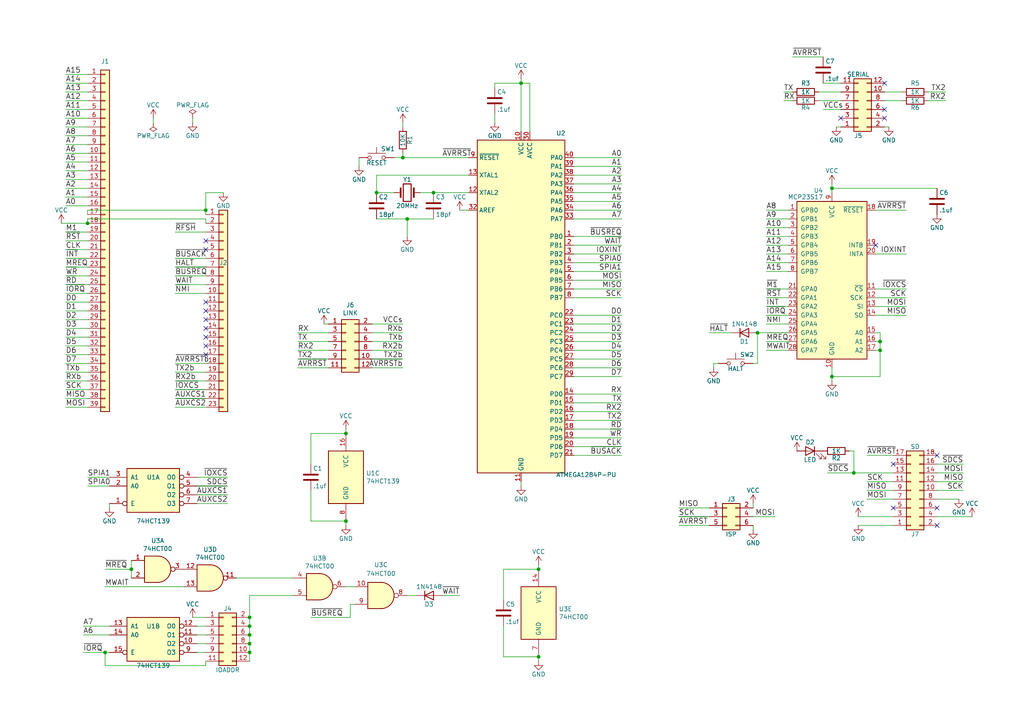
<source format=kicad_sch>
(kicad_sch (version 20211123) (generator eeschema)
  (paper "A4")
  (title_block (title "z80ctrl board") (date "2020-10-12") (rev "REV6") (company "J.B. Langston") (comment 1 "https://github.com/jblang/z80ctrl"))
  (junction (at 72.39 181.61))
  (junction (at 25.4 64.77))
  (junction (at 72.39 189.23))
  (junction (at 72.39 184.15))
  (junction (at 156.21 165.1))
  (junction (at 247.65 137.16))
  (junction (at 255.27 101.6))
  (junction (at 156.21 190.5))
  (junction (at 109.22 55.88))
  (junction (at 219.71 96.52))
  (junction (at 255.27 99.06))
  (junction (at 125.73 55.88))
  (junction (at 38.1 165.1))
  (junction (at 59.69 60.96))
  (junction (at 100.33 151.13))
  (junction (at 72.39 179.07))
  (junction (at 116.84 45.72))
  (junction (at 151.13 24.13))
  (junction (at 118.11 63.5))
  (junction (at 100.33 125.73))
  (junction (at 30.48 189.23))
  (junction (at 241.3 109.22))
  (junction (at 72.39 186.69))
  (junction (at 241.3 54.61))
  (no_connect (at 59.69 92.71))
  (no_connect (at 59.69 100.33))
  (no_connect (at 254 71.12))
  (no_connect (at 256.54 24.13))
  (no_connect (at 59.69 97.79))
  (no_connect (at 59.69 72.39))
  (no_connect (at 259.08 134.62))
  (no_connect (at 271.78 132.08))
  (no_connect (at 256.54 31.75))
  (no_connect (at 59.69 90.17))
  (no_connect (at 271.78 147.32))
  (no_connect (at 243.84 34.29))
  (no_connect (at 59.69 87.63))
  (no_connect (at 256.54 34.29))
  (no_connect (at 59.69 69.85))
  (no_connect (at 59.69 102.87))
  (no_connect (at 271.78 152.4))
  (no_connect (at 59.69 95.25))
  (no_connect (at 259.08 147.32))
  (wire (pts (xy 166.37 106.68) (xy 180.34 106.68)))
  (wire (pts (xy 218.44 105.41) (xy 219.71 105.41)))
  (wire (pts (xy 19.05 41.91) (xy 25.4 41.91)))
  (wire (pts (xy 93.98 93.98) (xy 95.25 93.98)))
  (wire (pts (xy 222.25 71.12) (xy 228.6 71.12)))
  (wire (pts (xy 19.05 82.55) (xy 25.4 82.55)))
  (wire (pts (xy 241.3 54.61) (xy 271.78 54.61)))
  (wire (pts (xy 248.92 149.86) (xy 259.08 149.86)))
  (wire (pts (xy 95.25 99.06) (xy 86.36 99.06)))
  (wire (pts (xy 19.05 72.39) (xy 25.4 72.39)))
  (wire (pts (xy 59.69 62.23) (xy 59.69 60.96)))
  (wire (pts (xy 146.05 165.1) (xy 146.05 173.99)))
  (wire (pts (xy 222.25 83.82) (xy 228.6 83.82)))
  (wire (pts (xy 222.25 88.9) (xy 228.6 88.9)))
  (wire (pts (xy 50.8 80.01) (xy 59.69 80.01)))
  (wire (pts (xy 133.35 60.96) (xy 135.89 60.96)))
  (wire (pts (xy 24.13 181.61) (xy 31.75 181.61)))
  (wire (pts (xy 166.37 114.3) (xy 180.34 114.3)))
  (wire (pts (xy 281.94 149.86) (xy 271.78 149.86)))
  (wire (pts (xy 72.39 181.61) (xy 72.39 179.07)))
  (wire (pts (xy 86.36 106.68) (xy 95.25 106.68)))
  (wire (pts (xy 19.05 52.07) (xy 25.4 52.07)))
  (wire (pts (xy 227.33 29.21) (xy 229.87 29.21)))
  (wire (pts (xy 100.33 125.73) (xy 100.33 124.46)))
  (wire (pts (xy 19.05 90.17) (xy 25.4 90.17)))
  (wire (pts (xy 251.46 142.24) (xy 259.08 142.24)))
  (wire (pts (xy 166.37 73.66) (xy 180.34 73.66)))
  (wire (pts (xy 30.48 193.04) (xy 59.69 193.04)))
  (wire (pts (xy 55.88 179.07) (xy 59.69 179.07)))
  (wire (pts (xy 50.8 74.93) (xy 59.69 74.93)))
  (wire (pts (xy 166.37 99.06) (xy 180.34 99.06)))
  (wire (pts (xy 222.25 63.5) (xy 228.6 63.5)))
  (wire (pts (xy 30.48 165.1) (xy 38.1 165.1)))
  (wire (pts (xy 247.65 130.81) (xy 247.65 137.16)))
  (wire (pts (xy 19.05 26.67) (xy 25.4 26.67)))
  (wire (pts (xy 151.13 139.7) (xy 151.13 140.97)))
  (wire (pts (xy 255.27 96.52) (xy 254 96.52)))
  (wire (pts (xy 237.49 29.21) (xy 243.84 29.21)))
  (wire (pts (xy 241.3 54.61) (xy 241.3 55.88)))
  (wire (pts (xy 19.05 115.57) (xy 25.4 115.57)))
  (wire (pts (xy 222.25 99.06) (xy 228.6 99.06)))
  (wire (pts (xy 19.05 67.31) (xy 25.4 67.31)))
  (wire (pts (xy 44.45 35.56) (xy 44.45 34.29)))
  (wire (pts (xy 222.25 78.74) (xy 228.6 78.74)))
  (wire (pts (xy 104.14 48.26) (xy 104.14 45.72)))
  (wire (pts (xy 25.4 63.5) (xy 59.69 63.5)))
  (wire (pts (xy 241.3 106.68) (xy 241.3 109.22)))
  (wire (pts (xy 25.4 60.96) (xy 25.4 62.23)))
  (wire (pts (xy 118.11 63.5) (xy 118.11 68.58)))
  (wire (pts (xy 166.37 48.26) (xy 180.34 48.26)))
  (wire (pts (xy 90.17 142.24) (xy 90.17 151.13)))
  (wire (pts (xy 254 60.96) (xy 262.89 60.96)))
  (wire (pts (xy 30.48 189.23) (xy 31.75 189.23)))
  (wire (pts (xy 218.44 149.86) (xy 224.79 149.86)))
  (wire (pts (xy 237.49 26.67) (xy 243.84 26.67)))
  (wire (pts (xy 247.65 137.16) (xy 259.08 137.16)))
  (wire (pts (xy 166.37 71.12) (xy 180.34 71.12)))
  (wire (pts (xy 90.17 125.73) (xy 90.17 134.62)))
  (wire (pts (xy 166.37 53.34) (xy 180.34 53.34)))
  (wire (pts (xy 72.39 184.15) (xy 72.39 181.61)))
  (wire (pts (xy 166.37 76.2) (xy 180.34 76.2)))
  (wire (pts (xy 31.75 146.05) (xy 31.75 147.32)))
  (wire (pts (xy 222.25 101.6) (xy 228.6 101.6)))
  (wire (pts (xy 166.37 50.8) (xy 180.34 50.8)))
  (wire (pts (xy 50.8 118.11) (xy 59.69 118.11)))
  (wire (pts (xy 166.37 63.5) (xy 180.34 63.5)))
  (wire (pts (xy 156.21 191.77) (xy 156.21 190.5)))
  (wire (pts (xy 166.37 104.14) (xy 180.34 104.14)))
  (wire (pts (xy 25.4 64.77) (xy 25.4 63.5)))
  (wire (pts (xy 238.76 31.75) (xy 243.84 31.75)))
  (wire (pts (xy 222.25 86.36) (xy 228.6 86.36)))
  (wire (pts (xy 255.27 99.06) (xy 254 99.06)))
  (wire (pts (xy 255.27 96.52) (xy 255.27 99.06)))
  (wire (pts (xy 218.44 147.32) (xy 218.44 146.05)))
  (wire (pts (xy 116.84 104.14) (xy 107.95 104.14)))
  (wire (pts (xy 19.05 36.83) (xy 25.4 36.83)))
  (wire (pts (xy 72.39 172.72) (xy 85.09 172.72)))
  (wire (pts (xy 166.37 109.22) (xy 180.34 109.22)))
  (wire (pts (xy 107.95 99.06) (xy 116.84 99.06)))
  (wire (pts (xy 254 73.66) (xy 262.89 73.66)))
  (wire (pts (xy 121.92 55.88) (xy 125.73 55.88)))
  (wire (pts (xy 30.48 189.23) (xy 30.48 193.04)))
  (wire (pts (xy 57.15 181.61) (xy 59.69 181.61)))
  (wire (pts (xy 279.4 139.7) (xy 271.78 139.7)))
  (wire (pts (xy 166.37 127) (xy 180.34 127)))
  (wire (pts (xy 166.37 132.08) (xy 180.34 132.08)))
  (wire (pts (xy 100.33 125.73) (xy 90.17 125.73)))
  (wire (pts (xy 166.37 116.84) (xy 180.34 116.84)))
  (wire (pts (xy 207.01 106.68) (xy 207.01 105.41)))
  (wire (pts (xy 57.15 138.43) (xy 66.04 138.43)))
  (wire (pts (xy 116.84 44.45) (xy 116.84 45.72)))
  (wire (pts (xy 72.39 191.77) (xy 72.39 189.23)))
  (wire (pts (xy 19.05 85.09) (xy 25.4 85.09)))
  (wire (pts (xy 196.85 152.4) (xy 205.74 152.4)))
  (wire (pts (xy 151.13 24.13) (xy 153.67 24.13)))
  (wire (pts (xy 227.33 26.67) (xy 229.87 26.67)))
  (wire (pts (xy 279.4 137.16) (xy 271.78 137.16)))
  (wire (pts (xy 143.51 24.13) (xy 143.51 25.4)))
  (wire (pts (xy 19.05 34.29) (xy 25.4 34.29)))
  (wire (pts (xy 269.24 26.67) (xy 274.32 26.67)))
  (wire (pts (xy 107.95 93.98) (xy 116.84 93.98)))
  (wire (pts (xy 72.39 186.69) (xy 72.39 184.15)))
  (wire (pts (xy 222.25 93.98) (xy 228.6 93.98)))
  (wire (pts (xy 146.05 181.61) (xy 146.05 190.5)))
  (wire (pts (xy 57.15 140.97) (xy 66.04 140.97)))
  (wire (pts (xy 19.05 31.75) (xy 25.4 31.75)))
  (wire (pts (xy 59.69 60.96) (xy 59.69 55.88)))
  (wire (pts (xy 251.46 132.08) (xy 259.08 132.08)))
  (wire (pts (xy 196.85 149.86) (xy 205.74 149.86)))
  (wire (pts (xy 100.33 170.18) (xy 102.87 170.18)))
  (wire (pts (xy 38.1 165.1) (xy 38.1 167.64)))
  (wire (pts (xy 19.05 69.85) (xy 25.4 69.85)))
  (wire (pts (xy 143.51 35.56) (xy 143.51 33.02)))
  (wire (pts (xy 59.69 55.88) (xy 64.77 55.88)))
  (wire (pts (xy 261.62 26.67) (xy 256.54 26.67)))
  (wire (pts (xy 254 83.82) (xy 262.89 83.82)))
  (wire (pts (xy 255.27 101.6) (xy 254 101.6)))
  (wire (pts (xy 19.05 39.37) (xy 25.4 39.37)))
  (wire (pts (xy 24.13 189.23) (xy 30.48 189.23)))
  (wire (pts (xy 222.25 68.58) (xy 228.6 68.58)))
  (wire (pts (xy 19.05 110.49) (xy 25.4 110.49)))
  (wire (pts (xy 143.51 24.13) (xy 151.13 24.13)))
  (wire (pts (xy 116.84 106.68) (xy 107.95 106.68)))
  (wire (pts (xy 166.37 83.82) (xy 180.34 83.82)))
  (wire (pts (xy 19.05 46.99) (xy 25.4 46.99)))
  (wire (pts (xy 222.25 73.66) (xy 228.6 73.66)))
  (wire (pts (xy 222.25 60.96) (xy 228.6 60.96)))
  (wire (pts (xy 118.11 172.72) (xy 120.65 172.72)))
  (wire (pts (xy 59.69 193.04) (xy 59.69 191.77)))
  (wire (pts (xy 19.05 57.15) (xy 25.4 57.15)))
  (wire (pts (xy 279.4 142.24) (xy 271.78 142.24)))
  (wire (pts (xy 38.1 162.56) (xy 38.1 165.1)))
  (wire (pts (xy 151.13 38.1) (xy 151.13 24.13)))
  (wire (pts (xy 166.37 101.6) (xy 180.34 101.6)))
  (wire (pts (xy 57.15 184.15) (xy 59.69 184.15)))
  (wire (pts (xy 101.6 179.07) (xy 101.6 175.26)))
  (wire (pts (xy 128.27 172.72) (xy 133.35 172.72)))
  (wire (pts (xy 50.8 105.41) (xy 59.69 105.41)))
  (wire (pts (xy 109.22 55.88) (xy 109.22 50.8)))
  (wire (pts (xy 19.05 49.53) (xy 25.4 49.53)))
  (wire (pts (xy 19.05 21.59) (xy 25.4 21.59)))
  (wire (pts (xy 251.46 144.78) (xy 259.08 144.78)))
  (wire (pts (xy 255.27 99.06) (xy 255.27 101.6)))
  (wire (pts (xy 57.15 146.05) (xy 66.04 146.05)))
  (wire (pts (xy 19.05 92.71) (xy 25.4 92.71)))
  (wire (pts (xy 279.4 134.62) (xy 271.78 134.62)))
  (wire (pts (xy 116.84 36.83) (xy 116.84 35.56)))
  (wire (pts (xy 109.22 63.5) (xy 118.11 63.5)))
  (wire (pts (xy 57.15 143.51) (xy 66.04 143.51)))
  (wire (pts (xy 219.71 96.52) (xy 228.6 96.52)))
  (wire (pts (xy 251.46 139.7) (xy 259.08 139.7)))
  (wire (pts (xy 100.33 152.4) (xy 100.33 151.13)))
  (wire (pts (xy 248.92 152.4) (xy 259.08 152.4)))
  (wire (pts (xy 246.38 130.81) (xy 247.65 130.81)))
  (wire (pts (xy 114.3 45.72) (xy 116.84 45.72)))
  (wire (pts (xy 241.3 53.34) (xy 241.3 54.61)))
  (wire (pts (xy 24.13 184.15) (xy 31.75 184.15)))
  (wire (pts (xy 19.05 102.87) (xy 25.4 102.87)))
  (wire (pts (xy 116.84 101.6) (xy 107.95 101.6)))
  (wire (pts (xy 19.05 97.79) (xy 25.4 97.79)))
  (wire (pts (xy 222.25 76.2) (xy 228.6 76.2)))
  (wire (pts (xy 50.8 107.95) (xy 59.69 107.95)))
  (wire (pts (xy 59.69 82.55) (xy 50.8 82.55)))
  (wire (pts (xy 151.13 24.13) (xy 151.13 22.86)))
  (wire (pts (xy 19.05 113.03) (xy 25.4 113.03)))
  (wire (pts (xy 242.57 36.83) (xy 243.84 36.83)))
  (wire (pts (xy 50.8 110.49) (xy 59.69 110.49)))
  (wire (pts (xy 166.37 58.42) (xy 180.34 58.42)))
  (wire (pts (xy 19.05 95.25) (xy 25.4 95.25)))
  (wire (pts (xy 205.74 96.52) (xy 212.09 96.52)))
  (wire (pts (xy 166.37 81.28) (xy 180.34 81.28)))
  (wire (pts (xy 72.39 189.23) (xy 72.39 186.69)))
  (wire (pts (xy 25.4 140.97) (xy 31.75 140.97)))
  (wire (pts (xy 218.44 153.67) (xy 218.44 152.4)))
  (wire (pts (xy 50.8 85.09) (xy 59.69 85.09)))
  (wire (pts (xy 166.37 55.88) (xy 180.34 55.88)))
  (wire (pts (xy 19.05 87.63) (xy 25.4 87.63)))
  (wire (pts (xy 166.37 91.44) (xy 180.34 91.44)))
  (wire (pts (xy 55.88 34.29) (xy 55.88 35.56)))
  (wire (pts (xy 86.36 101.6) (xy 95.25 101.6)))
  (wire (pts (xy 25.4 60.96) (xy 59.69 60.96)))
  (wire (pts (xy 222.25 91.44) (xy 228.6 91.44)))
  (wire (pts (xy 90.17 179.07) (xy 101.6 179.07)))
  (wire (pts (xy 19.05 74.93) (xy 25.4 74.93)))
  (wire (pts (xy 254 86.36) (xy 262.89 86.36)))
  (wire (pts (xy 95.25 96.52) (xy 86.36 96.52)))
  (wire (pts (xy 166.37 121.92) (xy 180.34 121.92)))
  (wire (pts (xy 222.25 66.04) (xy 228.6 66.04)))
  (wire (pts (xy 116.84 45.72) (xy 135.89 45.72)))
  (wire (pts (xy 59.69 77.47) (xy 50.8 77.47)))
  (wire (pts (xy 166.37 45.72) (xy 180.34 45.72)))
  (wire (pts (xy 19.05 107.95) (xy 25.4 107.95)))
  (wire (pts (xy 254 88.9) (xy 262.89 88.9)))
  (wire (pts (xy 86.36 104.14) (xy 95.25 104.14)))
  (wire (pts (xy 255.27 101.6) (xy 255.27 109.22)))
  (wire (pts (xy 208.28 105.41) (xy 207.01 105.41)))
  (wire (pts (xy 255.27 109.22) (xy 241.3 109.22)))
  (wire (pts (xy 269.24 29.21) (xy 274.32 29.21)))
  (wire (pts (xy 240.03 137.16) (xy 247.65 137.16)))
  (wire (pts (xy 238.76 24.13) (xy 243.84 24.13)))
  (wire (pts (xy 156.21 165.1) (xy 156.21 163.83)))
  (wire (pts (xy 254 91.44) (xy 262.89 91.44)))
  (wire (pts (xy 118.11 63.5) (xy 125.73 63.5)))
  (wire (pts (xy 19.05 54.61) (xy 25.4 54.61)))
  (wire (pts (xy 30.48 170.18) (xy 53.34 170.18)))
  (wire (pts (xy 19.05 24.13) (xy 25.4 24.13)))
  (wire (pts (xy 25.4 138.43) (xy 31.75 138.43)))
  (wire (pts (xy 166.37 60.96) (xy 180.34 60.96)))
  (wire (pts (xy 166.37 68.58) (xy 180.34 68.58)))
  (wire (pts (xy 19.05 59.69) (xy 25.4 59.69)))
  (wire (pts (xy 17.78 64.77) (xy 25.4 64.77)))
  (wire (pts (xy 19.05 105.41) (xy 25.4 105.41)))
  (wire (pts (xy 50.8 113.03) (xy 59.69 113.03)))
  (wire (pts (xy 166.37 129.54) (xy 180.34 129.54)))
  (wire (pts (xy 68.58 167.64) (xy 85.09 167.64)))
  (wire (pts (xy 101.6 175.26) (xy 102.87 175.26)))
  (wire (pts (xy 146.05 190.5) (xy 156.21 190.5)))
  (wire (pts (xy 166.37 78.74) (xy 180.34 78.74)))
  (wire (pts (xy 19.05 29.21) (xy 25.4 29.21)))
  (wire (pts (xy 72.39 179.07) (xy 72.39 172.72)))
  (wire (pts (xy 19.05 44.45) (xy 25.4 44.45)))
  (wire (pts (xy 19.05 100.33) (xy 25.4 100.33)))
  (wire (pts (xy 125.73 55.88) (xy 135.89 55.88)))
  (wire (pts (xy 261.62 29.21) (xy 256.54 29.21)))
  (wire (pts (xy 50.8 67.31) (xy 59.69 67.31)))
  (wire (pts (xy 19.05 77.47) (xy 25.4 77.47)))
  (wire (pts (xy 271.78 144.78) (xy 278.13 144.78)))
  (wire (pts (xy 166.37 86.36) (xy 180.34 86.36)))
  (wire (pts (xy 153.67 24.13) (xy 153.67 38.1)))
  (wire (pts (xy 57.15 186.69) (xy 59.69 186.69)))
  (wire (pts (xy 114.3 55.88) (xy 109.22 55.88)))
  (wire (pts (xy 156.21 165.1) (xy 146.05 165.1)))
  (wire (pts (xy 196.85 147.32) (xy 205.74 147.32)))
  (wire (pts (xy 229.87 16.51) (xy 238.76 16.51)))
  (wire (pts (xy 19.05 80.01) (xy 25.4 80.01)))
  (wire (pts (xy 166.37 119.38) (xy 180.34 119.38)))
  (wire (pts (xy 241.3 109.22) (xy 241.3 110.49)))
  (wire (pts (xy 257.81 36.83) (xy 256.54 36.83)))
  (wire (pts (xy 166.37 124.46) (xy 180.34 124.46)))
  (wire (pts (xy 166.37 96.52) (xy 180.34 96.52)))
  (wire (pts (xy 50.8 115.57) (xy 59.69 115.57)))
  (wire (pts (xy 219.71 96.52) (xy 219.71 105.41)))
  (wire (pts (xy 166.37 93.98) (xy 180.34 93.98)))
  (wire (pts (xy 109.22 50.8) (xy 135.89 50.8)))
  (wire (pts (xy 90.17 151.13) (xy 100.33 151.13)))
  (wire (pts (xy 59.69 63.5) (xy 59.69 64.77)))
  (wire (pts (xy 19.05 118.11) (xy 25.4 118.11)))
  (wire (pts (xy 107.95 96.52) (xy 116.84 96.52)))
  (wire (pts (xy 57.15 189.23) (xy 59.69 189.23)))
  (label "~{BUSREQ}" (at 180.34 68.58 180) (effects (font (size 1.524 1.524))))
  (label "A0" (at 180.34 45.72 180) (effects (font (size 1.524 1.524))))
  (label "~{AUXCS1}" (at 50.8 115.57 0) (effects (font (size 1.524 1.524))))
  (label "D7" (at 19.05 105.41 0) (effects (font (size 1.524 1.524))))
  (label "RX" (at 180.34 114.3 180) (effects (font (size 1.524 1.524))))
  (label "MWAIT" (at 30.48 170.18 0) (effects (font (size 1.524 1.524))))
  (label "~{IORQ}" (at 222.25 91.44 0) (effects (font (size 1.524 1.524))))
  (label "D4" (at 19.05 97.79 0) (effects (font (size 1.524 1.524))))
  (label "~{INT}" (at 19.05 74.93 0) (effects (font (size 1.524 1.524))))
  (label "~{MREQ}" (at 19.05 77.47 0) (effects (font (size 1.524 1.524))))
  (label "MOSI" (at 180.34 81.28 180) (effects (font (size 1.524 1.524))))
  (label "MOSI" (at 19.05 118.11 0) (effects (font (size 1.524 1.524))))
  (label "A11" (at 19.05 31.75 0) (effects (font (size 1.524 1.524))))
  (label "IOXINT" (at 262.89 73.66 180) (effects (font (size 1.524 1.524))))
  (label "SCK" (at 262.89 86.36 180) (effects (font (size 1.524 1.524))))
  (label "~{MREQ}" (at 222.25 99.06 0) (effects (font (size 1.524 1.524))))
  (label "~{IOXCS}" (at 66.04 138.43 180) (effects (font (size 1.524 1.524))))
  (label "~{AVRRST}" (at 229.87 16.51 0) (effects (font (size 1.524 1.524))))
  (label "MISO" (at 262.89 91.44 180) (effects (font (size 1.524 1.524))))
  (label "A7" (at 24.13 181.61 0) (effects (font (size 1.524 1.524))))
  (label "~{M1}" (at 222.25 83.82 0) (effects (font (size 1.524 1.524))))
  (label "A12" (at 222.25 71.12 0) (effects (font (size 1.524 1.524))))
  (label "D0" (at 19.05 87.63 0) (effects (font (size 1.524 1.524))))
  (label "~{AVRRST}" (at 128.27 45.72 0) (effects (font (size 1.524 1.524))))
  (label "A7" (at 19.05 41.91 0) (effects (font (size 1.524 1.524))))
  (label "A4" (at 19.05 49.53 0) (effects (font (size 1.524 1.524))))
  (label "~{AUXCS2}" (at 50.8 118.11 0) (effects (font (size 1.524 1.524))))
  (label "~{MREQ}" (at 30.48 165.1 0) (effects (font (size 1.524 1.524))))
  (label "A6" (at 24.13 184.15 0) (effects (font (size 1.524 1.524))))
  (label "MISO" (at 19.05 115.57 0) (effects (font (size 1.524 1.524))))
  (label "~{SDCS}" (at 279.4 134.62 180) (effects (font (size 1.524 1.524))))
  (label "A13" (at 222.25 73.66 0) (effects (font (size 1.524 1.524))))
  (label "TX2" (at 274.32 26.67 180) (effects (font (size 1.524 1.524))))
  (label "D5" (at 19.05 100.33 0) (effects (font (size 1.524 1.524))))
  (label "RX2" (at 274.32 29.21 180) (effects (font (size 1.524 1.524))))
  (label "A1" (at 19.05 57.15 0) (effects (font (size 1.524 1.524))))
  (label "A9" (at 222.25 63.5 0) (effects (font (size 1.524 1.524))))
  (label "A0" (at 19.05 59.69 0) (effects (font (size 1.524 1.524))))
  (label "CLK" (at 19.05 72.39 0) (effects (font (size 1.524 1.524))))
  (label "~{SDCS}" (at 66.04 140.97 180) (effects (font (size 1.524 1.524))))
  (label "D4" (at 180.34 101.6 180) (effects (font (size 1.524 1.524))))
  (label "~{WAIT}" (at 180.34 71.12 180) (effects (font (size 1.524 1.524))))
  (label "~{BUSREQ}" (at 50.8 80.01 0) (effects (font (size 1.524 1.524))))
  (label "RX2" (at 86.36 101.6 0) (effects (font (size 1.524 1.524))))
  (label "~{NMI}" (at 222.25 93.98 0) (effects (font (size 1.524 1.524))))
  (label "~{AVRRST}" (at 251.46 132.08 0) (effects (font (size 1.524 1.524))))
  (label "SPIA0" (at 180.34 76.2 180) (effects (font (size 1.524 1.524))))
  (label "SPIA1" (at 180.34 78.74 180) (effects (font (size 1.524 1.524))))
  (label "~{BUSREQ}" (at 90.17 179.07 0) (effects (font (size 1.524 1.524))))
  (label "MISO" (at 251.46 142.24 0) (effects (font (size 1.524 1.524))))
  (label "D2" (at 19.05 92.71 0) (effects (font (size 1.524 1.524))))
  (label "MOSI" (at 251.46 144.78 0) (effects (font (size 1.524 1.524))))
  (label "~{RD}" (at 19.05 82.55 0) (effects (font (size 1.524 1.524))))
  (label "~{AVRRSTb}" (at 50.8 105.41 0) (effects (font (size 1.524 1.524))))
  (label "A2" (at 180.34 50.8 180) (effects (font (size 1.524 1.524))))
  (label "MISO" (at 196.85 147.32 0) (effects (font (size 1.524 1.524))))
  (label "TX2" (at 180.34 121.92 180) (effects (font (size 1.524 1.524))))
  (label "MOSI" (at 262.89 88.9 180) (effects (font (size 1.524 1.524))))
  (label "A2" (at 19.05 54.61 0) (effects (font (size 1.524 1.524))))
  (label "A8" (at 19.05 39.37 0) (effects (font (size 1.524 1.524))))
  (label "D6" (at 19.05 102.87 0) (effects (font (size 1.524 1.524))))
  (label "MWAIT" (at 222.25 101.6 0) (effects (font (size 1.524 1.524))))
  (label "RX2b" (at 116.84 101.6 180) (effects (font (size 1.524 1.524))))
  (label "RX" (at 227.33 29.21 0) (effects (font (size 1.524 1.524))))
  (label "A14" (at 19.05 24.13 0) (effects (font (size 1.524 1.524))))
  (label "A1" (at 180.34 48.26 180) (effects (font (size 1.524 1.524))))
  (label "SCK" (at 19.05 113.03 0) (effects (font (size 1.524 1.524))))
  (label "MISO" (at 180.34 83.82 180) (effects (font (size 1.524 1.524))))
  (label "~{HALT}" (at 50.8 77.47 0) (effects (font (size 1.524 1.524))))
  (label "~{RFSH}" (at 50.8 67.31 0) (effects (font (size 1.524 1.524))))
  (label "~{BUSACK}" (at 180.34 132.08 180) (effects (font (size 1.524 1.524))))
  (label "~{RD}" (at 180.34 124.46 180) (effects (font (size 1.524 1.524))))
  (label "SCK" (at 196.85 149.86 0) (effects (font (size 1.524 1.524))))
  (label "SPIA0" (at 25.4 140.97 0) (effects (font (size 1.524 1.524))))
  (label "D1" (at 180.34 93.98 180) (effects (font (size 1.524 1.524))))
  (label "D6" (at 180.34 106.68 180) (effects (font (size 1.524 1.524))))
  (label "~{WAIT}" (at 50.8 82.55 0) (effects (font (size 1.524 1.524))))
  (label "MISO" (at 279.4 139.7 180) (effects (font (size 1.524 1.524))))
  (label "A7" (at 180.34 63.5 180) (effects (font (size 1.524 1.524))))
  (label "~{WAIT}" (at 133.35 172.72 180) (effects (font (size 1.524 1.524))))
  (label "SCK" (at 180.34 86.36 180) (effects (font (size 1.524 1.524))))
  (label "~{IOXCS}" (at 262.89 83.82 180) (effects (font (size 1.524 1.524))))
  (label "~{IORQ}" (at 24.13 189.23 0) (effects (font (size 1.524 1.524))))
  (label "~{BUSACK}" (at 50.8 74.93 0) (effects (font (size 1.524 1.524))))
  (label "~{M1}" (at 19.05 67.31 0) (effects (font (size 1.524 1.524))))
  (label "A10" (at 19.05 34.29 0) (effects (font (size 1.524 1.524))))
  (label "~{AVRRST}" (at 86.36 106.68 0) (effects (font (size 1.524 1.524))))
  (label "A11" (at 222.25 68.58 0) (effects (font (size 1.524 1.524))))
  (label "~{AVRRSTb}" (at 116.84 106.68 180) (effects (font (size 1.524 1.524))))
  (label "TXb" (at 116.84 99.06 180) (effects (font (size 1.524 1.524))))
  (label "A13" (at 19.05 26.67 0) (effects (font (size 1.524 1.524))))
  (label "~{IOXCS}" (at 50.8 113.03 0) (effects (font (size 1.524 1.524))))
  (label "SCK" (at 251.46 139.7 0) (effects (font (size 1.524 1.524))))
  (label "D1" (at 19.05 90.17 0) (effects (font (size 1.524 1.524))))
  (label "RX2" (at 180.34 119.38 180) (effects (font (size 1.524 1.524))))
  (label "A9" (at 19.05 36.83 0) (effects (font (size 1.524 1.524))))
  (label "~{HALT}" (at 205.74 96.52 0) (effects (font (size 1.524 1.524))))
  (label "SCK" (at 279.4 142.24 180) (effects (font (size 1.524 1.524))))
  (label "D7" (at 180.34 109.22 180) (effects (font (size 1.524 1.524))))
  (label "~{AVRRST}" (at 262.89 60.96 180) (effects (font (size 1.524 1.524))))
  (label "A12" (at 19.05 29.21 0) (effects (font (size 1.524 1.524))))
  (label "A15" (at 19.05 21.59 0) (effects (font (size 1.524 1.524))))
  (label "~{AVRRST}" (at 196.85 152.4 0) (effects (font (size 1.524 1.524))))
  (label "~{NMI}" (at 50.8 85.09 0) (effects (font (size 1.524 1.524))))
  (label "TX2b" (at 50.8 107.95 0) (effects (font (size 1.524 1.524))))
  (label "IOXINT" (at 180.34 73.66 180) (effects (font (size 1.524 1.524))))
  (label "MOSI" (at 279.4 137.16 180) (effects (font (size 1.524 1.524))))
  (label "TX" (at 86.36 99.06 0) (effects (font (size 1.524 1.524))))
  (label "SPIA1" (at 25.4 138.43 0) (effects (font (size 1.524 1.524))))
  (label "VCCs" (at 116.84 93.98 180) (effects (font (size 1.524 1.524))))
  (label "A5" (at 180.34 58.42 180) (effects (font (size 1.524 1.524))))
  (label "TX" (at 227.33 26.67 0) (effects (font (size 1.524 1.524))))
  (label "A10" (at 222.25 66.04 0) (effects (font (size 1.524 1.524))))
  (label "A14" (at 222.25 76.2 0) (effects (font (size 1.524 1.524))))
  (label "~{SDCS}" (at 240.03 137.16 0) (effects (font (size 1.524 1.524))))
  (label "RXb" (at 116.84 96.52 180) (effects (font (size 1.524 1.524))))
  (label "A15" (at 222.25 78.74 0) (effects (font (size 1.524 1.524))))
  (label "~{AUXCS2}" (at 66.04 146.05 180) (effects (font (size 1.524 1.524))))
  (label "~{INT}" (at 222.25 88.9 0) (effects (font (size 1.524 1.524))))
  (label "A3" (at 19.05 52.07 0) (effects (font (size 1.524 1.524))))
  (label "A6" (at 19.05 44.45 0) (effects (font (size 1.524 1.524))))
  (label "D5" (at 180.34 104.14 180) (effects (font (size 1.524 1.524))))
  (label "~{AUXCS1}" (at 66.04 143.51 180) (effects (font (size 1.524 1.524))))
  (label "A4" (at 180.34 55.88 180) (effects (font (size 1.524 1.524))))
  (label "CLK" (at 180.34 129.54 180) (effects (font (size 1.524 1.524))))
  (label "A8" (at 222.25 60.96 0) (effects (font (size 1.524 1.524))))
  (label "~{IORQ}" (at 19.05 85.09 0) (effects (font (size 1.524 1.524))))
  (label "VCCs" (at 238.76 31.75 0) (effects (font (size 1.524 1.524))))
  (label "~{RST}" (at 19.05 69.85 0) (effects (font (size 1.524 1.524))))
  (label "A3" (at 180.34 53.34 180) (effects (font (size 1.524 1.524))))
  (label "MOSI" (at 224.79 149.86 180) (effects (font (size 1.524 1.524))))
  (label "RX" (at 86.36 96.52 0) (effects (font (size 1.524 1.524))))
  (label "TX" (at 180.34 116.84 180) (effects (font (size 1.524 1.524))))
  (label "RXb" (at 19.05 110.49 0) (effects (font (size 1.524 1.524))))
  (label "~{WR}" (at 19.05 80.01 0) (effects (font (size 1.524 1.524))))
  (label "D3" (at 180.34 99.06 180) (effects (font (size 1.524 1.524))))
  (label "D3" (at 19.05 95.25 0) (effects (font (size 1.524 1.524))))
  (label "TX2" (at 86.36 104.14 0) (effects (font (size 1.524 1.524))))
  (label "D2" (at 180.34 96.52 180) (effects (font (size 1.524 1.524))))
  (label "RX2b" (at 50.8 110.49 0) (effects (font (size 1.524 1.524))))
  (label "D0" (at 180.34 91.44 180) (effects (font (size 1.524 1.524))))
  (label "TXb" (at 19.05 107.95 0) (effects (font (size 1.524 1.524))))
  (label "~{WR}" (at 180.34 127 180) (effects (font (size 1.524 1.524))))
  (label "A5" (at 19.05 46.99 0) (effects (font (size 1.524 1.524))))
  (label "A6" (at 180.34 60.96 180) (effects (font (size 1.524 1.524))))
  (label "~{RST}" (at 222.25 86.36 0) (effects (font (size 1.524 1.524))))
  (label "TX2b" (at 116.84 104.14 180) (effects (font (size 1.524 1.524))))
  (symbol (lib_id "Connector_Generic:Conn_01x39") (at 30.48 69.85 0) (unit 1)
    (property "Reference" "J1" (at 30.48 17.78 0))
    (property "Value" "BUS" (effects hide))
    (property "Footprint" "Connector_PinHeader_2.54mm:PinHeader_1x39_P2.54mm_Vertical" (effects hide))
    (property "TaydaPN" "A-638" (effects hide))
    (property "DigikeyPN" "2057-PH2RA-80-UA-ND" (effects hide))
    (property "MouserPN" "517-5121TG" (effects hide))
  )
  (symbol (lib_id "Connector_Generic:Conn_01x23") (at 64.77 90.17 0) (unit 1)
    (property "Reference" "J2" (at 64.77 76.2 0))
    (property "Value" "BUSEXT" (effects hide))
    (property "Footprint" "Connector_PinHeader_2.54mm:PinHeader_1x23_P2.54mm_Vertical" (effects hide))
    (property "TaydaPN" "A-638" (effects hide))
    (property "DigikeyPN" "2057-PH2RA-80-UA-ND" (effects hide))
    (property "MouserPN" "517-5121TG" (effects hide))
  )
  (symbol (lib_id "power:GND") (at 64.77 55.88 0) (unit 1)
    (property "Reference" "#PWR022" (effects hide))
    (property "Value" "GND" (at 64.77 59.69 0))
  )
  (symbol (lib_id "power:VCC") (at 17.78 64.77 0) (unit 1)
    (property "Reference" "#PWR023" (effects hide))
    (property "Value" "VCC" (at 17.78 60.96 0))
  )
  (symbol (lib_id "MCU_Microchip_ATmega:ATmega1284P-PU") (at 151.13 88.9 0) (unit 1)
    (property "Reference" "U2" (at 161.29 39.37 0) (effects (justify left bottom)))
    (property "Value" "ATMEGA1284P-PU" (at 161.29 138.43 0) (effects (justify left bottom)))
    (property "Footprint" "Package_DIP:DIP-40_W15.24mm_Socket" (effects hide))
    (property "Datasheet" "http://ww1.microchip.com/downloads/en/DeviceDoc/ATmega164A_PA-324A_PA-644A_PA-1284_P_Data-Sheet-40002070B.pdf" (effects hide))
    (property "DigikeyPN" "ATMEGA1284P-PU-ND" (effects hide))
    (property "MouserPN" "556-ATMEGA1284P-PU" (effects hide))
  )
  (symbol (lib_id "z80ctrl:MCP23S17") (at 241.3 81.28 0) (unit 1)
    (property "Reference" "U4" (at 238.76 55.245 0) (effects (justify right)))
    (property "Value" "MCP23S17" (at 238.76 57.15 0) (effects (justify right)))
    (property "Footprint" "Package_DIP:DIP-28_W7.62mm_Socket" (effects hide))
    (property "Datasheet" "http://ww1.microchip.com/downloads/en/devicedoc/20001952c.pdf" (effects hide))
    (property "DigikeyPN" "MCP23S17-E/SP-ND" (effects hide))
    (property "MouserPN" "579-MCP23S17-E/SP" (effects hide))
  )
  (symbol (lib_id "Device:Crystal") (at 118.11 55.88 0) (unit 1)
    (property "Reference" "Y1" (at 118.11 52.07 0))
    (property "Value" "20MHz" (at 118.11 59.69 0))
    (property "Footprint" "Crystal:Crystal_HC49-4H_Vertical" (effects hide))
    (property "TaydaPN" "A-236" (effects hide))
    (property "DigikeyPN" "535-9046-ND" (effects hide))
    (property "MouserPN" "815-ABL-20-B2" (effects hide))
  )
  (symbol (lib_id "Connector_Generic:Conn_02x06_Odd_Even") (at 248.92 31.75 0) (mirror x) (unit 1)
    (property "Reference" "J5" (at 248.92 39.37 0))
    (property "Value" "SERIAL" (at 248.92 21.59 0))
    (property "Footprint" "Connector_PinHeader_2.54mm:PinHeader_2x06_P2.54mm_Horizontal" (effects hide))
    (property "TaydaPN" "A-638" (effects hide))
    (property "DigikeyPN" "PH2RA-12-UA" (effects hide))
    (property "MouserPN" "649-1012938291204BLF" (effects hide))
  )
  (symbol (lib_id "Device:C") (at 271.78 58.42 0) (unit 1)
    (property "Reference" "C6" (at 272.415 55.88 0) (effects (justify left)))
    (property "Value" ".1uf" (at 272.415 60.96 0) (effects (justify left)))
    (property "Footprint" "Capacitor_THT:C_Disc_D3.0mm_W1.6mm_P2.50mm" (effects hide))
    (property "DigikeyPN" "BC5142-ND" (effects hide))
    (property "MouserPN" "594-K104M15X7RF53L2" (effects hide))
    (property "TaydaPN" "A-553" (effects hide))
  )
  (symbol (lib_id "Device:C") (at 238.76 20.32 0) (unit 1)
    (property "Reference" "C7" (at 239.395 17.78 0) (effects (justify left)))
    (property "Value" ".1uf" (at 239.395 22.86 0) (effects (justify left)))
    (property "Footprint" "Capacitor_THT:C_Disc_D3.0mm_W1.6mm_P2.50mm" (effects hide))
    (property "DigikeyPN" "BC5142-ND" (effects hide))
    (property "TaydaPN" "A-553" (effects hide))
    (property "MouserPN" "594-K104M15X7RF53L2" (effects hide))
  )
  (symbol (lib_id "Device:C") (at 143.51 29.21 0) (unit 1)
    (property "Reference" "C4" (at 144.145 26.67 0) (effects (justify left)))
    (property "Value" ".1uf" (at 144.145 31.75 0) (effects (justify left)))
    (property "Footprint" "Capacitor_THT:C_Disc_D3.0mm_W1.6mm_P2.50mm" (effects hide))
    (property "DigikeyPN" "BC5142-ND" (effects hide))
    (property "MouserPN" "594-K104M15X7RF53L2" (effects hide))
    (property "TaydaPN" "A-553" (effects hide))
  )
  (symbol (lib_id "Device:C") (at 109.22 59.69 0) (unit 1)
    (property "Reference" "C2" (at 109.855 57.15 0) (effects (justify left)))
    (property "Value" "18pf" (at 109.855 62.23 0) (effects (justify left)))
    (property "Footprint" "Capacitor_THT:C_Disc_D3.0mm_W1.6mm_P2.50mm" (effects hide))
    (property "MouserPN" "594-K180J15C0GF5TL2" (effects hide))
    (property "DigikeyPN" "BC1004CT-ND" (effects hide))
    (property "TaydaPN" "A-522" (effects hide))
  )
  (symbol (lib_id "Device:C") (at 125.73 59.69 0) (unit 1)
    (property "Reference" "C3" (at 126.365 57.15 0) (effects (justify left)))
    (property "Value" "18pf" (at 126.365 62.23 0) (effects (justify left)))
    (property "Footprint" "Capacitor_THT:C_Disc_D3.0mm_W1.6mm_P2.50mm" (effects hide))
    (property "TaydaPN" "A-522" (effects hide))
    (property "DigikeyPN" "BC1004CT-ND" (effects hide))
    (property "MouserPN" "594-K180J15C0GF5TL2" (effects hide))
  )
  (symbol (lib_id "power:GND") (at 151.13 140.97 0) (unit 1)
    (property "Reference" "#PWR01" (effects hide))
    (property "Value" "GND" (at 151.13 144.78 0))
  )
  (symbol (lib_id "power:GND") (at 241.3 110.49 0) (unit 1)
    (property "Reference" "#PWR03" (effects hide))
    (property "Value" "GND" (at 241.3 114.3 0))
  )
  (symbol (lib_id "power:GND") (at 143.51 35.56 0) (unit 1)
    (property "Reference" "#PWR04" (effects hide))
    (property "Value" "GND" (at 143.51 39.37 0))
  )
  (symbol (lib_id "power:GND") (at 118.11 68.58 0) (unit 1)
    (property "Reference" "#PWR028" (effects hide))
    (property "Value" "GND" (at 118.11 72.39 0))
  )
  (symbol (lib_id "Device:D") (at 215.9 96.52 0) (mirror x) (unit 1)
    (property "Reference" "D1" (at 215.9 99.06 0))
    (property "Value" "1N4148" (at 215.9 93.98 0))
    (property "Footprint" "Diode_THT:D_DO-35_SOD27_P7.62mm_Horizontal" (effects hide))
    (property "TaydaPN" "A-157" (effects hide))
    (property "DigikeyPN" "1N4148FS-ND" (effects hide))
    (property "MouserPN" "512-1N4148" (effects hide))
  )
  (symbol (lib_id "power:GND") (at 271.78 62.23 0) (unit 1)
    (property "Reference" "#PWR06" (effects hide))
    (property "Value" "GND" (at 271.78 66.04 0))
  )
  (symbol (lib_id "Switch:SW_Push") (at 109.22 45.72 0) (unit 1)
    (property "Reference" "SW1" (at 110.49 43.18 0) (effects (justify left)))
    (property "Value" "RESET" (at 109.22 47.244 0))
    (property "Footprint" "Button_Switch_THT:SW_PUSH_6mm_H4.3mm" (effects hide))
    (property "TaydaPN" "A-5127" (effects hide))
    (property "DigikeyPN" "450-1650-ND" (effects hide))
    (property "MouserPN" "506-FSM4JH" (effects hide))
  )
  (symbol (lib_id "power:GND") (at 104.14 48.26 0) (unit 1)
    (property "Reference" "#PWR027" (effects hide))
    (property "Value" "GND" (at 104.14 52.07 0))
  )
  (symbol (lib_id "Device:R") (at 116.84 40.64 0) (unit 1)
    (property "Reference" "R1" (at 118.872 40.64 90))
    (property "Value" "10K" (at 116.84 40.64 90))
    (property "Footprint" "Resistor_THT:R_Axial_DIN0207_L6.3mm_D2.5mm_P7.62mm_Horizontal" (effects hide))
    (property "TaydaPN" "A-2115" (effects hide))
    (property "DigikeyPN" "10KQBK-ND" (effects hide))
    (property "MouserPN" "603-CFR-25JB-52-10K" (effects hide))
  )
  (symbol (lib_id "Switch:SW_Push") (at 213.36 105.41 0) (unit 1)
    (property "Reference" "SW2" (at 214.63 102.87 0) (effects (justify left)))
    (property "Value" "HALT" (at 213.36 106.934 0))
    (property "Footprint" "Button_Switch_THT:SW_PUSH_6mm_H4.3mm" (effects hide))
    (property "TaydaPN" "A-5127" (effects hide))
    (property "MouserPN" "506-FSM4JH" (effects hide))
    (property "DigikeyPN" "450-1650-ND" (effects hide))
  )
  (symbol (lib_id "power:GND") (at 207.01 106.68 0) (unit 1)
    (property "Reference" "#PWR025" (effects hide))
    (property "Value" "GND" (at 207.01 110.49 0))
  )
  (symbol (lib_id "power:GND") (at 242.57 36.83 0) (unit 1)
    (property "Reference" "#PWR07" (effects hide))
    (property "Value" "GND" (at 242.57 40.64 0))
  )
  (symbol (lib_id "Connector_Generic:Conn_02x09_Odd_Even") (at 264.16 142.24 0) (mirror x) (unit 1)
    (property "Reference" "J7" (at 265.43 154.94 0))
    (property "Value" "SD" (at 265.43 129.54 0))
    (property "Footprint" "Connector_PinHeader_2.54mm:PinHeader_2x09_P2.54mm_Vertical" (effects hide))
    (property "Datasheet" "https://www.pololu.com/product/2587" (effects hide))
    (property "PololuPN" "2587" (effects hide))
    (property "AdafruitPN" "254" (effects hide))
    (property "MouserPN" "485-254" (effects hide))
    (property "DigikeyPN" "2183-2587-ND" (effects hide))
  )
  (symbol (lib_id "power:GND") (at 248.92 152.4 0) (unit 1)
    (property "Reference" "#PWR024" (effects hide))
    (property "Value" "GND" (at 248.92 156.21 0))
  )
  (symbol (lib_id "power:VCC") (at 151.13 22.86 0) (unit 1)
    (property "Reference" "#PWR08" (effects hide))
    (property "Value" "VCC" (at 151.13 19.05 0))
  )
  (symbol (lib_id "power:VCC") (at 133.35 60.96 0) (unit 1)
    (property "Reference" "#PWR09" (effects hide))
    (property "Value" "VCC" (at 133.35 57.15 0))
  )
  (symbol (lib_id "power:VCC") (at 241.3 53.34 0) (unit 1)
    (property "Reference" "#PWR010" (effects hide))
    (property "Value" "VCC" (at 241.3 49.53 0))
  )
  (symbol (lib_id "power:VCC") (at 116.84 35.56 0) (unit 1)
    (property "Reference" "#PWR026" (effects hide))
    (property "Value" "VCC" (at 116.84 31.75 0))
  )
  (symbol (lib_id "power:VCC") (at 248.92 149.86 0) (unit 1)
    (property "Reference" "#PWR011" (effects hide))
    (property "Value" "VCC" (at 248.92 146.05 0))
  )
  (symbol (lib_id "power:VCC") (at 93.98 93.98 0) (unit 1)
    (property "Reference" "#PWR012" (effects hide))
    (property "Value" "VCC" (at 93.98 90.17 0))
  )
  (symbol (lib_id "power:GND") (at 257.81 36.83 0) (mirror y) (unit 1)
    (property "Reference" "#PWR013" (effects hide))
    (property "Value" "GND" (at 257.81 40.64 0))
  )
  (symbol (lib_id "74xx:74LS139") (at 44.45 140.97 0) (unit 1)
    (property "Reference" "U1" (at 44.45 138.43 0))
    (property "Value" "74HCT139" (at 44.45 151.13 0))
    (property "Footprint" "Package_DIP:DIP-16_W7.62mm_Socket" (effects hide))
    (property "Datasheet" "http://www.ti.com/lit/gpn/sn74hct139" (effects hide))
    (property "DigikeyPN" "296-8390-5-ND" (effects hide))
    (property "MouserPN" "595-SN74HCT139N" (effects hide))
  )
  (symbol (lib_id "Connector_Generic:Conn_02x06_Odd_Even") (at 64.77 184.15 0) (unit 1)
    (property "Reference" "J4" (at 66.04 176.53 0))
    (property "Value" "IOADDR" (at 66.04 194.31 0))
    (property "Footprint" "Connector_PinHeader_2.54mm:PinHeader_2x06_P2.54mm_Vertical" (effects hide))
    (property "TaydaPN" "A-197" (effects hide))
    (property "DigikeyPN" "S1012EC-40-ND" (effects hide))
    (property "MouserPN" "710-61304011121" (effects hide))
  )
  (symbol (lib_id "power:VCC") (at 55.88 179.07 0) (unit 1)
    (property "Reference" "#PWR014" (effects hide))
    (property "Value" "VCC" (at 55.88 175.26 0))
  )
  (symbol (lib_id "74xx:74LS139") (at 44.45 184.15 0) (unit 2)
    (property "Reference" "U1" (at 44.45 181.61 0))
    (property "Value" "74HCT139" (at 44.45 193.04 0))
    (property "Footprint" "Package_DIP:DIP-16_W7.62mm_Socket" (effects hide))
    (property "Datasheet" "http://www.ti.com/lit/gpn/sn74hct139" (effects hide))
    (property "DigikeyPN" "296-8390-5-ND" (effects hide))
    (property "MouserPN" "595-SN74HCT139N" (effects hide))
  )
  (symbol (lib_id "Device:C") (at 90.17 138.43 0) (unit 1)
    (property "Reference" "C1" (at 90.805 135.89 0) (effects (justify left)))
    (property "Value" ".1uf" (at 90.805 140.97 0) (effects (justify left)))
    (property "Footprint" "Capacitor_THT:C_Disc_D3.0mm_W1.6mm_P2.50mm" (effects hide))
    (property "TaydaPN" "A-553" (effects hide))
    (property "DigikeyPN" "BC5142-ND" (effects hide))
    (property "MouserPN" "594-K104M15X7RF53L2" (effects hide))
  )
  (symbol (lib_id "power:GND") (at 100.33 152.4 0) (unit 1)
    (property "Reference" "#PWR015" (effects hide))
    (property "Value" "GND" (at 100.33 156.21 0))
  )
  (symbol (lib_id "power:VCC") (at 100.33 124.46 0) (unit 1)
    (property "Reference" "#PWR016" (effects hide))
    (property "Value" "VCC" (at 100.33 120.65 0))
  )
  (symbol (lib_id "power:GND") (at 31.75 147.32 0) (unit 1)
    (property "Reference" "#PWR020" (effects hide))
    (property "Value" "GND" (at 31.75 151.13 0))
  )
  (symbol (lib_id "Device:LED") (at 234.95 130.81 0) (mirror y) (unit 1)
    (property "Reference" "D2" (at 234.95 128.27 0))
    (property "Value" "LED" (at 234.95 133.35 0))
    (property "Footprint" "LED_THT:LED_D3.0mm" (effects hide))
    (property "TaydaPN" "A-1554" (effects hide))
    (property "MouserPN" "859-LTL2R3KGD-EM" (effects hide))
    (property "DigikeyPN" "160-1853-ND" (effects hide))
  )
  (symbol (lib_id "power:VCC") (at 231.14 130.81 0) (unit 1)
    (property "Reference" "#PWR021" (effects hide))
    (property "Value" "VCC" (at 231.14 127 0))
  )
  (symbol (lib_id "Device:R") (at 242.57 130.81 270) (unit 1)
    (property "Reference" "R2" (at 242.57 132.842 90))
    (property "Value" "1K" (at 242.57 130.81 90))
    (property "Footprint" "Resistor_THT:R_Axial_DIN0207_L6.3mm_D2.5mm_P7.62mm_Horizontal" (effects hide))
    (property "TaydaPN" "A-2123" (effects hide))
    (property "MouserPN" "603-CFR-25JB-1K0" (effects hide))
    (property "DigikeyPN" "1.0KQBK-ND" (effects hide))
  )
  (symbol (lib_id "power:VCC") (at 44.45 34.29 0) (unit 1)
    (property "Reference" "#PWR029" (effects hide))
    (property "Value" "VCC" (at 44.45 30.48 0))
  )
  (symbol (lib_id "power:GND") (at 55.88 35.56 0) (unit 1)
    (property "Reference" "#PWR030" (effects hide))
    (property "Value" "GND" (at 55.88 39.37 0))
  )
  (symbol (lib_id "power:PWR_FLAG") (at 55.88 34.29 0) (unit 1)
    (property "Reference" "#FLG031" (effects hide))
    (property "Value" "PWR_FLAG" (at 55.88 30.48 0))
  )
  (symbol (lib_id "power:PWR_FLAG") (at 44.45 35.56 180) (unit 1)
    (property "Reference" "#FLG032" (effects hide))
    (property "Value" "PWR_FLAG" (at 44.45 39.37 0))
  )
  (symbol (lib_id "Connector_Generic:Conn_02x03_Odd_Even") (at 210.82 149.86 0) (unit 1)
    (property "Reference" "J3" (at 212.09 144.78 0))
    (property "Value" "ISP" (at 212.09 154.94 0))
    (property "Footprint" "Connector_PinHeader_2.54mm:PinHeader_2x03_P2.54mm_Vertical" (effects hide))
    (property "TaydaPN" "A-197" (effects hide))
    (property "DigikeyPN" "S1012EC-40-ND" (effects hide))
    (property "MouserPN" "710-61304011121" (effects hide))
  )
  (symbol (lib_id "power:VCC") (at 218.44 146.05 0) (unit 1)
    (property "Reference" "#PWR033" (effects hide))
    (property "Value" "VCC" (at 218.44 142.24 0))
  )
  (symbol (lib_id "power:GND") (at 218.44 153.67 0) (unit 1)
    (property "Reference" "#PWR034" (effects hide))
    (property "Value" "GND" (at 218.44 157.48 0))
  )
  (symbol (lib_id "74xx:74HCT00") (at 45.72 165.1 0) (unit 1)
    (property "Reference" "U3" (at 45.72 156.845 0))
    (property "Value" "74HCT00" (at 45.72 159.1564 0))
    (property "Footprint" "Package_DIP:DIP-14_W7.62mm_Socket" (effects hide))
    (property "Datasheet" "http://www.ti.com/lit/gpn/sn74hct00" (effects hide))
    (property "DigikeyPN" "296-1603-5-ND" (effects hide))
    (property "MouserPN" "595-SN74HCT00N" (effects hide))
  )
  (symbol (lib_id "74xx:74HCT00") (at 92.71 170.18 0) (unit 2)
    (property "Reference" "U3" (at 92.71 161.925 0))
    (property "Value" "74HCT00" (at 92.71 164.2364 0))
    (property "Footprint" "Package_DIP:DIP-14_W7.62mm_Socket" (effects hide))
    (property "Datasheet" "http://www.ti.com/lit/gpn/sn74hct00" (effects hide))
    (property "DigikeyPN" "296-1603-5-ND" (effects hide))
    (property "MouserPN" "595-SN74HCT00N" (effects hide))
  )
  (symbol (lib_id "74xx:74HCT00") (at 60.96 167.64 0) (unit 4)
    (property "Reference" "U3" (at 60.96 159.385 0))
    (property "Value" "74HCT00" (at 60.96 161.6964 0))
    (property "Footprint" "Package_DIP:DIP-14_W7.62mm_Socket" (effects hide))
    (property "Datasheet" "http://www.ti.com/lit/gpn/sn74hct00" (effects hide))
    (property "DigikeyPN" "296-1603-5-ND" (effects hide))
    (property "MouserPN" "595-SN74HCT00N" (effects hide))
  )
  (symbol (lib_id "74xx:74HCT00") (at 110.49 172.72 0) (mirror x) (unit 3)
    (property "Reference" "U3" (at 110.49 163.83 0))
    (property "Value" "74HCT00" (at 110.49 166.37 0))
    (property "Footprint" "Package_DIP:DIP-14_W7.62mm_Socket" (effects hide))
    (property "Datasheet" "http://www.ti.com/lit/gpn/sn74hct00" (effects hide))
    (property "DigikeyPN" "296-1603-5-ND" (effects hide))
    (property "MouserPN" "595-SN74HCT00N" (effects hide))
  )
  (symbol (lib_id "74xx:74LS139") (at 100.33 138.43 0) (unit 3)
    (property "Reference" "U1" (at 106.172 137.2616 0) (effects (justify left)))
    (property "Value" "74HCT139" (at 106.172 139.573 0) (effects (justify left)))
    (property "Footprint" "Package_DIP:DIP-16_W7.62mm_Socket" (effects hide))
    (property "Datasheet" "http://www.ti.com/lit/gpn/sn74hct139" (effects hide))
    (property "DigikeyPN" "296-8390-5-ND" (effects hide))
    (property "MouserPN" "595-SN74HCT139N" (effects hide))
  )
  (symbol (lib_id "74xx:74HCT00") (at 156.21 177.8 0) (unit 5)
    (property "Reference" "U3" (at 162.052 176.6316 0) (effects (justify left)))
    (property "Value" "74HCT00" (at 162.052 178.943 0) (effects (justify left)))
    (property "Footprint" "Package_DIP:DIP-14_W7.62mm_Socket" (effects hide))
    (property "Datasheet" "http://www.ti.com/lit/gpn/sn74hct00" (effects hide))
    (property "DigikeyPN" "296-1603-5-ND" (effects hide))
    (property "MouserPN" "595-SN74HCT00N" (effects hide))
  )
  (symbol (lib_id "Device:C") (at 146.05 177.8 0) (unit 1)
    (property "Reference" "C5" (at 146.685 175.26 0) (effects (justify left)))
    (property "Value" ".1uf" (at 146.685 180.34 0) (effects (justify left)))
    (property "Footprint" "Capacitor_THT:C_Disc_D3.0mm_W1.6mm_P2.50mm" (effects hide))
    (property "TaydaPN" "A-553" (effects hide))
    (property "DigikeyPN" "BC5142-ND" (effects hide))
    (property "MouserPN" "594-K104M15X7RF53L2" (effects hide))
  )
  (symbol (lib_id "power:VCC") (at 156.21 163.83 0) (unit 1)
    (property "Reference" "#PWR0101" (effects hide))
    (property "Value" "VCC" (at 156.21 160.02 0))
  )
  (symbol (lib_id "power:GND") (at 156.21 191.77 0) (unit 1)
    (property "Reference" "#PWR0102" (effects hide))
    (property "Value" "GND" (at 156.21 195.58 0))
  )
  (symbol (lib_id "Connector_Generic:Conn_02x06_Odd_Even") (at 100.33 99.06 0) (unit 1)
    (property "Reference" "J6" (at 101.6 88.4682 0))
    (property "Value" "LINK" (at 101.6 90.7796 0))
    (property "Footprint" "Connector_PinHeader_2.54mm:PinHeader_2x06_P2.54mm_Vertical" (effects hide))
    (property "TaydaPN" "A-197" (effects hide))
    (property "DigikeyPN" "S1012EC-40-ND" (effects hide))
    (property "MouserPN" "710-61304011121" (effects hide))
  )
  (symbol (lib_id "power:VCC") (at 281.94 149.86 0) (mirror y) (unit 1)
    (property "Reference" "#PWR0103" (effects hide))
    (property "Value" "VCC" (at 281.94 146.05 0))
  )
  (symbol (lib_id "power:GND") (at 278.13 144.78 0) (mirror y) (unit 1)
    (property "Reference" "#PWR0104" (effects hide))
    (property "Value" "GND" (at 278.13 148.59 0))
  )
  (symbol (lib_id "Device:R") (at 233.68 26.67 270) (unit 1)
    (property "Reference" "R3" (at 233.68 24.13 90))
    (property "Value" "1K" (at 233.68 26.67 90))
    (property "Footprint" "Resistor_THT:R_Axial_DIN0207_L6.3mm_D2.5mm_P7.62mm_Horizontal" (effects hide))
    (property "TaydaPN" "A-2123" (effects hide))
    (property "MouserPN" "603-CFR-25JB-1K0" (effects hide))
    (property "DigikeyPN" "1.0KQBK-ND" (effects hide))
  )
  (symbol (lib_id "Device:R") (at 233.68 29.21 270) (unit 1)
    (property "Reference" "R4" (at 233.68 31.242 90))
    (property "Value" "1K" (at 233.68 29.21 90))
    (property "Footprint" "Resistor_THT:R_Axial_DIN0207_L6.3mm_D2.5mm_P7.62mm_Horizontal" (effects hide))
    (property "TaydaPN" "A-2123" (effects hide))
    (property "MouserPN" "603-CFR-25JB-1K0" (effects hide))
    (property "DigikeyPN" "1.0KQBK-ND" (effects hide))
  )
  (symbol (lib_id "Device:R") (at 265.43 26.67 270) (unit 1)
    (property "Reference" "R5" (at 265.43 24.13 90))
    (property "Value" "1K" (at 265.43 26.67 90))
    (property "Footprint" "Resistor_THT:R_Axial_DIN0207_L6.3mm_D2.5mm_P7.62mm_Horizontal" (effects hide))
    (property "TaydaPN" "A-2123" (effects hide))
    (property "MouserPN" "603-CFR-25JB-1K0" (effects hide))
    (property "DigikeyPN" "1.0KQBK-ND" (effects hide))
  )
  (symbol (lib_id "Device:R") (at 265.43 29.21 270) (unit 1)
    (property "Reference" "R6" (at 265.43 31.242 90))
    (property "Value" "1K" (at 265.43 29.21 90))
    (property "Footprint" "Resistor_THT:R_Axial_DIN0207_L6.3mm_D2.5mm_P7.62mm_Horizontal" (effects hide))
    (property "TaydaPN" "A-2123" (effects hide))
    (property "MouserPN" "603-CFR-25JB-1K0" (effects hide))
    (property "DigikeyPN" "1.0KQBK-ND" (effects hide))
  )
  (symbol (lib_id "Device:D") (at 124.46 172.72 0) (mirror x) (unit 1)
    (property "Reference" "D3" (at 124.46 175.26 0))
    (property "Value" "1N4148" (at 124.46 170.18 0))
    (property "Footprint" "Diode_THT:D_DO-35_SOD27_P7.62mm_Horizontal" (effects hide))
    (property "TaydaPN" "A-157" (effects hide))
    (property "DigikeyPN" "1N4148FS-ND" (effects hide))
    (property "MouserPN" "512-1N4148" (effects hide))
  )
)
</source>
